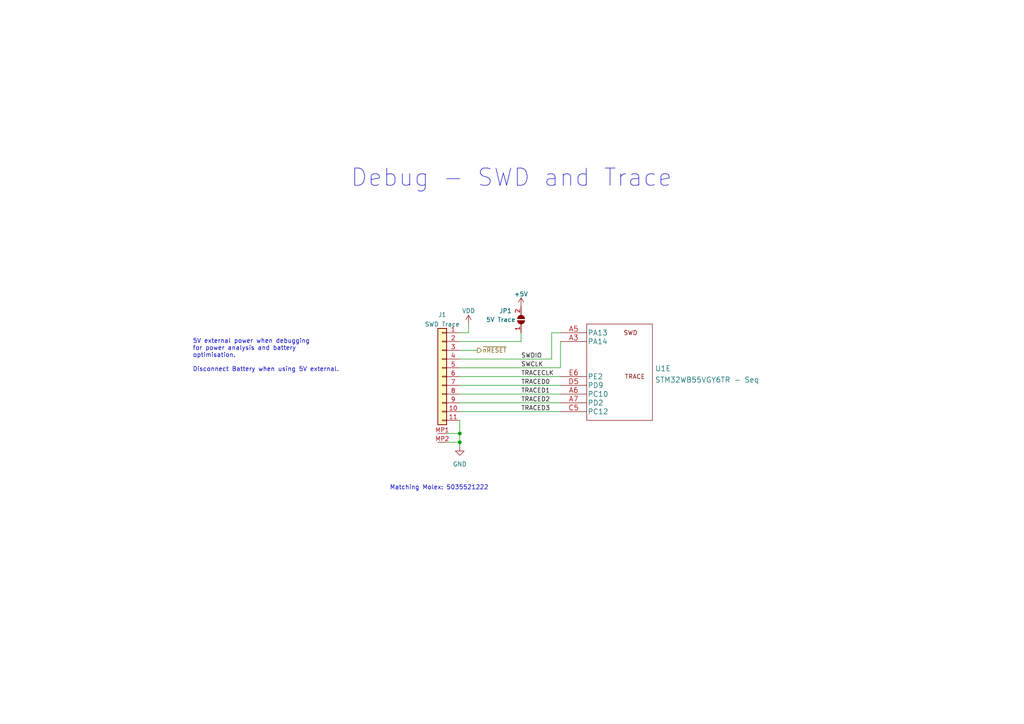
<source format=kicad_sch>
(kicad_sch (version 20211123) (generator eeschema)
  (paper "A4")
  (title_block (title "TekTag BioSensor") (date "2023-05-18") (rev "0.2 alpha") (company "© 2023 Teklabs Digital Pty Ltd") (comment 1 "Designed by Trevor Attema") (comment 2 "MIT License "))
  (lib_symbols
    (symbol "Connector_Generic:Conn_01x11" (pin_names (offset 1.016) hide)
      (property "Reference" "J1" (at 0 17.9365 0))
      (property "Value" "SWD Trace" (at 0 15.1614 0))
      (symbol "Conn_01x11_1_1"
        (rectangle (start -1.27 -12.573) (end 0 -12.827) (stroke (width 0.1524)))
        (rectangle (start -1.27 -10.033) (end 0 -10.287) (stroke (width 0.1524)))
        (rectangle (start -1.27 -7.493) (end 0 -7.747) (stroke (width 0.1524)))
        (rectangle (start -1.27 -4.953) (end 0 -5.207) (stroke (width 0.1524)))
        (rectangle (start -1.27 -2.413) (end 0 -2.667) (stroke (width 0.1524)))
        (rectangle (start -1.27 0.127) (end 0 -0.127) (stroke (width 0.1524)))
        (rectangle (start -1.27 2.667) (end 0 2.413) (stroke (width 0.1524)))
        (rectangle (start -1.27 5.207) (end 0 4.953) (stroke (width 0.1524)))
        (rectangle (start -1.27 7.747) (end 0 7.493) (stroke (width 0.1524)))
        (rectangle (start -1.27 10.287) (end 0 10.033) (stroke (width 0.1524)))
        (rectangle (start -1.27 12.827) (end 0 12.573) (stroke (width 0.1524)))
        (rectangle (start -1.27 13.97) (end 1.27 -13.97) (stroke (width 0.254)) (fill (type background)))
        (pin passive line (at -5.08 12.7 0) (length 3.81) (name "Pin_1") (number "1"))
        (pin passive line (at -5.08 -10.16 0) (length 3.81) (name "Pin_10") (number "10"))
        (pin passive line (at -5.08 -12.7 0) (length 3.81) (name "Pin_11") (number "11"))
        (pin passive line (at -5.08 10.16 0) (length 3.81) (name "Pin_2") (number "2"))
        (pin passive line (at -5.08 7.62 0) (length 3.81) (name "Pin_3") (number "3"))
        (pin passive line (at -5.08 5.08 0) (length 3.81) (name "Pin_4") (number "4"))
        (pin passive line (at -5.08 2.54 0) (length 3.81) (name "Pin_5") (number "5"))
        (pin passive line (at -5.08 0 0) (length 3.81) (name "Pin_6") (number "6"))
        (pin passive line (at -5.08 -2.54 0) (length 3.81) (name "Pin_7") (number "7"))
        (pin passive line (at -5.08 -5.08 0) (length 3.81) (name "Pin_8") (number "8"))
        (pin passive line (at -5.08 -7.62 0) (length 3.81) (name "Pin_9") (number "9"))
        (pin bidirectional line (at -1.27 -16.51 0) (length 2.54) (name "MP1") (number "MP1"))
        (pin bidirectional line (at -1.27 -19.05 0) (length 2.54) (name "MP2") (number "MP2"))
      )
    )
    (symbol "Jumper:SolderJumper_2_Open" (pin_names (offset 0) hide)
      (property "Reference" "JP" (at 0 2.032 0))
      (property "Value" "SolderJumper_2_Open" (at 0 -2.54 0))
      (symbol "SolderJumper_2_Open_0_1"
        (arc (start -0.254 1.016) (mid -1.27 0) (end -0.254 -1.016))
        (arc (start -0.254 1.016) (mid -1.27 0) (end -0.254 -1.016) (fill (type outline)))
        (polyline (pts (xy -0.254 1.016) (xy -0.254 -1.016)))
        (polyline (pts (xy 0.254 1.016) (xy 0.254 -1.016)))
        (arc (start 0.254 -1.016) (mid 1.27 0) (end 0.254 1.016))
        (arc (start 0.254 -1.016) (mid 1.27 0) (end 0.254 1.016) (fill (type outline)))
      )
      (symbol "SolderJumper_2_Open_1_1"
        (pin passive line (at -3.81 0 0) (length 2.54) (name "A") (number "1"))
        (pin passive line (at 3.81 0 180) (length 2.54) (name "B") (number "2"))
      )
    )
    (symbol "TekLabs:STM32WB55VGY6TR - Seq" (pin_names (offset 0.254))
      (property "Reference" "U" (at 7.62 1.27 0))
      (property "Value" "STM32WB55VGY6TR - Seq" (at 21.59 5.08 0))
      (symbol "STM32WB55VGY6TR - Seq_1_1"
        (rectangle (start 7.62 -1.27) (end 46.99 -116.84) (stroke (width 0.1524)))
        (text "GPIO" (at 41.91 -114.3 0) (effects (font (size 1.27 1.27))))
        (pin bidirectional line (at 0 -3.81 0) (length 7.62) (name "PA11") (number "A1"))
        (pin bidirectional line (at 0 -6.35 0) (length 7.62) (name "PA12") (number "A2"))
        (pin bidirectional line (at 0 -11.43 0) (length 7.62) (name "PA15") (number "A4"))
        (pin bidirectional line (at 0 -21.59 0) (length 7.62) (name "PD7") (number "A8"))
        (pin bidirectional line (at 0 -24.13 0) (length 7.62) (name "PB3") (number "A9"))
        (pin bidirectional line (at 0 -44.45 0) (length 7.62) (name "PE1") (number "B10"))
        (pin bidirectional line (at 0 -29.21 0) (length 7.62) (name "PC9") (number "B4"))
        (pin bidirectional line (at 0 -31.75 0) (length 7.62) (name "PA10") (number "B5"))
        (pin bidirectional line (at 0 -34.29 0) (length 7.62) (name "PC11") (number "B6"))
        (pin bidirectional line (at 0 -36.83 0) (length 7.62) (name "PD5") (number "B7"))
        (pin bidirectional line (at 0 -39.37 0) (length 7.62) (name "PD12") (number "B8"))
        (pin bidirectional line (at 0 -46.99 0) (length 7.62) (name "PB13") (number "C1"))
        (pin bidirectional line (at 0 -49.53 0) (length 7.62) (name "PD3") (number "C2"))
        (pin bidirectional line (at 0 -52.07 0) (length 7.62) (name "PD1") (number "C3"))
        (pin bidirectional line (at 0 -54.61 0) (length 7.62) (name "PD0") (number "C4"))
        (pin bidirectional line (at 0 -59.69 0) (length 7.62) (name "PD6") (number "C6"))
        (pin bidirectional line (at 0 -62.23 0) (length 7.62) (name "PB4") (number "C7"))
        (pin bidirectional line (at 0 -64.77 0) (length 7.62) (name "PE0") (number "C8"))
        (pin bidirectional line (at 0 -67.31 0) (length 7.62) (name "PD13") (number "C9"))
        (pin bidirectional line (at 0 -72.39 0) (length 7.62) (name "PC6") (number "D2"))
        (pin bidirectional line (at 0 -74.93 0) (length 7.62) (name "PD4") (number "D3"))
        (pin bidirectional line (at 0 -77.47 0) (length 7.62) (name "PD8") (number "D4"))
        (pin bidirectional line (at 0 -82.55 0) (length 7.62) (name "PB5") (number "D6"))
        (pin bidirectional line (at 0 -85.09 0) (length 7.62) (name "PB7") (number "D7"))
        (pin bidirectional line (at 0 -87.63 0) (length 7.62) (name "PD14") (number "D8"))
        (pin bidirectional line (at 0 -113.03 0) (length 7.62) (name "PH0") (number "E10"))
        (pin bidirectional line (at 0 -92.71 0) (length 7.62) (name "PB14") (number "E2"))
        (pin bidirectional line (at 0 -95.25 0) (length 7.62) (name "PC7") (number "E3"))
        (pin bidirectional line (at 0 -97.79 0) (length 7.62) (name "PD10") (number "E4"))
        (pin bidirectional line (at 0 -100.33 0) (length 7.62) (name "PD11") (number "E5"))
        (pin bidirectional line (at 0 -105.41 0) (length 7.62) (name "PD15") (number "E7"))
        (pin bidirectional line (at 0 -110.49 0) (length 7.62) (name "PH1") (number "E9"))
        (pin bidirectional line (at 54.61 -81.28 180) (length 7.62) (name "PB9") (number "F10"))
        (pin bidirectional line (at 54.61 -99.06 180) (length 7.62) (name "PB15") (number "F3"))
        (pin bidirectional line (at 54.61 -96.52 180) (length 7.62) (name "PC8") (number "F4"))
        (pin bidirectional line (at 54.61 -93.98 180) (length 7.62) (name "PB6") (number "F5"))
        (pin bidirectional line (at 54.61 -91.44 180) (length 7.62) (name "PA2") (number "F6"))
        (pin bidirectional line (at 54.61 -88.9 180) (length 7.62) (name "PB8") (number "F7"))
        (pin bidirectional line (at 54.61 -86.36 180) (length 7.62) (name "PC0") (number "F8"))
        (pin power_in line (at 54.61 -76.2 180) (length 7.62) (name "PE4") (number "G1"))
        (pin bidirectional line (at 54.61 -53.34 180) (length 7.62) (name "PC3") (number "G10"))
        (pin bidirectional line (at 54.61 -73.66 180) (length 7.62) (name "PE3") (number "G2"))
        (pin bidirectional line (at 54.61 -71.12 180) (length 7.62) (name "PB12") (number "G3"))
        (pin bidirectional line (at 54.61 -68.58 180) (length 7.62) (name "PC4") (number "G4"))
        (pin bidirectional line (at 54.61 -66.04 180) (length 7.62) (name "PC13") (number "G5"))
        (pin bidirectional line (at 54.61 -63.5 180) (length 7.62) (name "PA1") (number "G6"))
        (pin bidirectional line (at 54.61 -60.96 180) (length 7.62) (name "PA0") (number "G7"))
        (pin bidirectional line (at 54.61 -58.42 180) (length 7.62) (name "PC1") (number "G8"))
        (pin bidirectional line (at 54.61 -55.88 180) (length 7.62) (name "PC2") (number "G9"))
        (pin bidirectional line (at 54.61 -48.26 180) (length 7.62) (name "PB1") (number "H1"))
        (pin bidirectional line (at 54.61 -43.18 180) (length 7.62) (name "PC5") (number "H5"))
        (pin bidirectional line (at 54.61 -40.64 180) (length 7.62) (name "PA7") (number "H6"))
        (pin bidirectional line (at 54.61 -38.1 180) (length 7.62) (name "PA6") (number "H7"))
        (pin bidirectional line (at 54.61 -31.75 180) (length 7.62) (name "PB11") (number "J6"))
        (pin bidirectional line (at 54.61 -29.21 180) (length 7.62) (name "PA8") (number "J7"))
        (pin bidirectional line (at 54.61 -26.67 180) (length 7.62) (name "PA3") (number "J8"))
        (pin bidirectional line (at 54.61 -3.81 180) (length 7.62) (name "PA4") (number "K10"))
        (pin bidirectional line (at 54.61 -13.97 180) (length 7.62) (name "PB10") (number "K6"))
        (pin bidirectional line (at 54.61 -11.43 180) (length 7.62) (name "PB2") (number "K7"))
        (pin bidirectional line (at 54.61 -8.89 180) (length 7.62) (name "PA9") (number "K8"))
        (pin bidirectional line (at 54.61 -6.35 180) (length 7.62) (name "PA5") (number "K9"))
      )
      (symbol "STM32WB55VGY6TR - Seq_2_1"
        (rectangle (start 7.62 -1.27) (end 33.02 -54.61) (stroke (width 0.1524)))
        (text "Power" (at 29.21 -52.07 0) (effects (font (size 1.27 1.27))))
        (pin power_in line (at 0 -5.08 0) (length 7.62) (name "VDD") (number "A10"))
        (pin power_in line (at 0 -7.62 0) (length 7.62) (name "VDD") (number "B1"))
        (pin power_in line (at 0 -44.45 0) (length 7.62) (name "VSS") (number "B2"))
        (pin power_in line (at 0 -22.86 0) (length 7.62) (name "VDDUSB") (number "B3"))
        (pin power_in line (at 0 -46.99 0) (length 7.62) (name "VSS") (number "B9"))
        (pin power_in line (at 0 -17.78 0) (length 7.62) (name "VBAT") (number "C10"))
        (pin power_in line (at 0 -36.83 0) (length 7.62) (name "VSSA") (number "H10"))
        (pin power_in line (at 0 -29.21 0) (length 7.62) (name "VREF+") (number "H8"))
        (pin power_in line (at 0 -33.02 0) (length 7.62) (name "VDDA") (number "H9"))
        (pin power_in line (at 0 -10.16 0) (length 7.62) (name "VDD") (number "J10"))
        (pin power_in line (at 40.64 -5.08 180) (length 7.62) (name "VDDRF") (number "J3"))
        (pin power_in line (at 40.64 -15.24 180) (length 7.62) (name "VSSRF") (number "J4"))
        (pin power_in line (at 0 -49.53 0) (length 7.62) (name "VSS") (number "J5"))
        (pin power_in line (at 0 -52.07 0) (length 7.62) (name "VSS") (number "J9"))
        (pin power_in line (at 40.64 -19.05 180) (length 7.62) (name "VSSRF") (number "K1"))
        (pin power_in line (at 40.64 -21.59 180) (length 7.62) (name "VSSRF") (number "K2"))
        (pin power_in line (at 0 -13.97 0) (length 7.62) (name "VDD") (number "K5"))
      )
      (symbol "STM32WB55VGY6TR - Seq_3_1"
        (rectangle (start 7.62 -2.54) (end 29.21 -29.21) (stroke (width 0.1524)))
        (text "SMPS" (at 25.4 -25.4 0) (effects (font (size 1.27 1.27))))
        (pin power_in line (at 0 -7.62 0) (length 7.62) (name "VDDSMPS") (number "D1"))
        (pin power_in line (at 0 -12.7 0) (length 7.62) (name "VLXSMPS") (number "E1"))
        (pin power_in line (at 0 -25.4 0) (length 7.62) (name "VSSSMPS") (number "F1"))
        (pin power_in line (at 0 -19.05 0) (length 7.62) (name "VFBSMPS") (number "F2"))
      )
      (symbol "STM32WB55VGY6TR - Seq_4_1"
        (rectangle (start 7.62 -1.27) (end 41.91 -43.18) (stroke (width 0.1524)))
        (pin bidirectional line (at 0 -31.75 0) (length 7.62) (name "PC14-OSC32_IN") (number "D10"))
        (pin bidirectional line (at 0 -39.37 0) (length 7.62) (name "PC15-OSC32_OUT") (number "D9"))
        (pin bidirectional line (at 49.53 -22.86 180) (length 7.62) (name "PH3-BOOT0") (number "E8"))
        (pin bidirectional line (at 49.53 -12.7 180) (length 7.62) (name "NRST") (number "F9"))
        (pin bidirectional line (at 49.53 -39.37 180) (length 7.62) (name "PB0") (number "H2"))
        (pin bidirectional line (at 49.53 -8.89 180) (length 7.62) (name "AT0") (number "H3"))
        (pin bidirectional line (at 49.53 -5.08 180) (length 7.62) (name "AT1") (number "H4"))
        (pin bidirectional line (at 1.27 -12.7 0) (length 7.62) (name "OSC_IN") (number "J1"))
        (pin bidirectional line (at 0 -5.08 0) (length 7.62) (name "OSC_OUT") (number "J2"))
        (pin bidirectional line (at 49.53 -35.56 180) (length 7.62) (name "RF0") (number "K3"))
        (pin bidirectional line (at 49.53 -31.75 180) (length 7.62) (name "RF1") (number "K4"))
      )
      (symbol "STM32WB55VGY6TR - Seq_5_1"
        (rectangle (start 7.62 -1.27) (end 26.67 -29.21) (stroke (width 0.1524)))
        (text "SWD" (at 20.32 -3.81 0) (effects (font (size 1.27 1.27))))
        (text "TRACE" (at 21.59 -16.51 0) (effects (font (size 1.27 1.27))))
        (pin bidirectional line (at 0 -6.35 0) (length 7.62) (name "PA14") (number "A3"))
        (pin bidirectional line (at 0 -3.81 0) (length 7.62) (name "PA13") (number "A5"))
        (pin bidirectional line (at 0 -21.59 0) (length 7.62) (name "PC10") (number "A6"))
        (pin bidirectional line (at 0 -24.13 0) (length 7.62) (name "PD2") (number "A7"))
        (pin bidirectional line (at 0 -26.67 0) (length 7.62) (name "PC12") (number "C5"))
        (pin bidirectional line (at 0 -19.05 0) (length 7.62) (name "PD9") (number "D5"))
        (pin bidirectional line (at 0 -16.51 0) (length 7.62) (name "PE2") (number "E6"))
      )
    )
    (symbol "power:+5V" (power) (pin_names (offset 0))
      (property "Value" "+5V" (at 0 3.556 0))
      (symbol "+5V_0_1"
        (polyline (pts (xy -0.762 1.27) (xy 0 2.54)))
        (polyline (pts (xy 0 0) (xy 0 2.54)))
        (polyline (pts (xy 0 2.54) (xy 0.762 1.27)))
      )
      (symbol "+5V_1_1"
        (pin power_in line (at 0 0 90) (length 0) hide (name "+5V") (number "1"))
      )
    )
    (symbol "power:GND" (power) (pin_names (offset 0))
      (property "Value" "GND" (at 0 -3.81 0))
      (symbol "GND_0_1"
        (polyline (pts (xy 0 0) (xy 0 -1.27) (xy 1.27 -1.27) (xy 0 -2.54) (xy -1.27 -1.27) (xy 0 -1.27)))
      )
      (symbol "GND_1_1"
        (pin power_in line (at 0 0 270) (length 0) hide (name "GND") (number "1"))
      )
    )
    (symbol "power:VDD" (power) (pin_names (offset 0))
      (property "Value" "VDD" (at 0 3.81 0))
      (symbol "VDD_0_1"
        (polyline (pts (xy -0.762 1.27) (xy 0 2.54)))
        (polyline (pts (xy 0 0) (xy 0 2.54)))
        (polyline (pts (xy 0 2.54) (xy 0.762 1.27)))
      )
      (symbol "VDD_1_1"
        (pin power_in line (at 0 0 90) (length 0) hide (name "VDD") (number "1"))
      )
    )
  )
  (junction (at 133.35 125.73))
  (junction (at 133.35 128.27))
  (wire (pts (xy 133.35 125.73) (xy 133.35 128.27)))
  (wire (pts (xy 162.56 99.06) (xy 162.56 106.68)))
  (wire (pts (xy 160.02 96.52) (xy 162.56 96.52)))
  (wire (pts (xy 129.54 125.73) (xy 133.35 125.73)))
  (wire (pts (xy 160.02 96.52) (xy 160.02 104.14)))
  (wire (pts (xy 133.35 109.22) (xy 162.56 109.22)))
  (wire (pts (xy 133.35 111.76) (xy 162.56 111.76)))
  (wire (pts (xy 135.89 96.52) (xy 135.89 93.98)))
  (wire (pts (xy 151.13 99.06) (xy 151.13 96.52)))
  (wire (pts (xy 133.35 114.3) (xy 162.56 114.3)))
  (wire (pts (xy 133.35 96.52) (xy 135.89 96.52)))
  (wire (pts (xy 133.35 121.92) (xy 133.35 125.73)))
  (wire (pts (xy 160.02 104.14) (xy 133.35 104.14)))
  (wire (pts (xy 133.35 99.06) (xy 151.13 99.06)))
  (wire (pts (xy 133.35 101.6) (xy 138.43 101.6)))
  (wire (pts (xy 133.35 128.27) (xy 133.35 129.54)))
  (wire (pts (xy 133.35 119.38) (xy 162.56 119.38)))
  (wire (pts (xy 129.54 128.27) (xy 133.35 128.27)))
  (wire (pts (xy 133.35 116.84) (xy 162.56 116.84)))
  (wire (pts (xy 162.56 106.68) (xy 133.35 106.68)))
  (text "5V external power when debugging\nfor power analysis and battery\noptimisation.\n\nDisconnect Battery when using 5V external." (at 55.88 107.95 0) (effects (font (size 1.27 1.27)) (justify left bottom)))
  (text "Debug - SWD and Trace" (at 101.6 54.61 0) (effects (font (size 5 5)) (justify left bottom)))
  (text "Matching Molex: 5035521222\n" (at 113.03 142.24 0) (effects (font (size 1.27 1.27)) (justify left bottom)))
  (label "SWDIO" (at 151.13 104.14 0))
  (label "TRACED1" (at 151.13 114.3 0))
  (label "TRACED2" (at 151.13 116.84 0))
  (label "TRACED3" (at 151.13 119.38 0))
  (label "SWCLK" (at 151.13 106.68 0))
  (label "TRACECLK" (at 151.13 109.22 0))
  (label "TRACED0" (at 151.13 111.76 0))
  (hierarchical_label "~{nRESET}" (shape output) (at 138.43 101.6 0))
  (symbol (lib_id "Connector_Generic:Conn_01x11") (at 128.27 109.22 0) (mirror y) (unit 1)
    (property "Reference" "J1" (at 128.27 91.2835 0))
    (property "Value" "SWD Trace" (at 128.27 94.0586 0))
    (property "Datasheet" "https://www.molex.com/en-us/products/part-detail/5035661102" (effects hide))
  )
  (symbol (lib_id "Jumper:SolderJumper_2_Open") (at 151.13 92.71 90) (unit 1)
    (property "Reference" "JP1" (at 144.78 90.17 90) (effects (justify right)))
    (property "Value" "5V Trace" (at 140.97 92.71 90) (effects (justify right)))
  )
  (symbol (lib_id "power:VDD") (at 135.89 93.98 0) (mirror y) (unit 1)
    (property "Reference" "#PWR0101" (effects hide))
    (property "Value" "VDD" (at 135.89 90.17 0))
  )
  (symbol (lib_id "TekLabs:STM32WB55VGY6TR - Seq") (at 162.56 92.71 0) (unit 5)
    (property "Reference" "U1" (at 189.9412 106.8853 0) (effects (font (size 1.524 1.524)) (justify left)))
    (property "Value" "STM32WB55VGY6TR - Seq" (at 189.9412 110.1643 0) (effects (font (size 1.524 1.524)) (justify left)))
  )
  (symbol (lib_id "power:+5V") (at 151.13 88.9 0) (mirror y) (unit 1)
    (property "Reference" "#PWR0103" (effects hide))
    (property "Value" "+5V" (at 151.13 85.2955 0))
  )
  (symbol (lib_id "power:GND") (at 133.35 129.54 0) (unit 1)
    (property "Reference" "#PWR0102" (effects hide))
    (property "Value" "GND" (at 133.35 134.62 0))
  )
)
</source>
